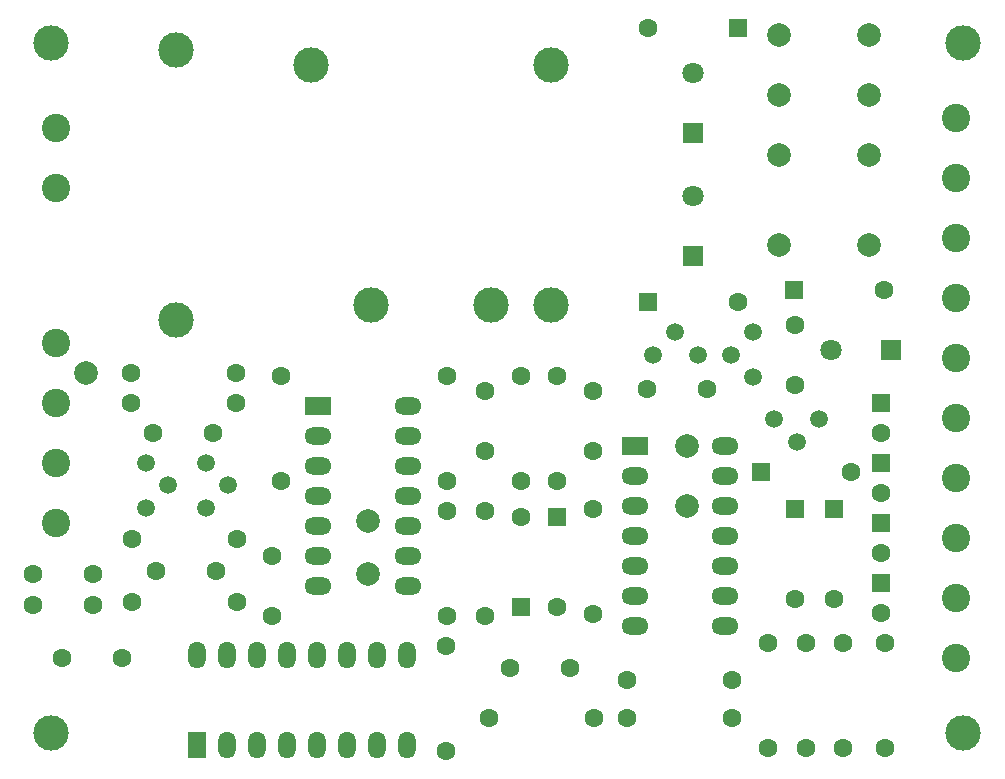
<source format=gbs>
G04 #@! TF.FileFunction,Soldermask,Bot*
%FSLAX46Y46*%
G04 Gerber Fmt 4.6, Leading zero omitted, Abs format (unit mm)*
G04 Created by KiCad (PCBNEW 4.0.2-stable) date 2018 December 30, Sunday 20:54:40*
%MOMM*%
G01*
G04 APERTURE LIST*
%ADD10C,0.150000*%
%ADD11R,1.800000X1.800000*%
%ADD12C,1.800000*%
%ADD13C,1.600000*%
%ADD14R,1.600000X1.600000*%
%ADD15C,3.000000*%
%ADD16C,2.000000*%
%ADD17C,2.400000*%
%ADD18C,1.500000*%
%ADD19O,1.500000X2.286000*%
%ADD20R,1.500000X2.286000*%
%ADD21R,2.286000X1.500000*%
%ADD22O,2.286000X1.500000*%
G04 APERTURE END LIST*
D10*
D11*
X165100000Y-40386000D03*
D12*
X165100000Y-35306000D03*
D13*
X173736000Y-56642000D03*
X173736000Y-61722000D03*
X154686000Y-85725000D03*
X149606000Y-85725000D03*
D11*
X165100000Y-50800000D03*
D12*
X165100000Y-45720000D03*
D13*
X166243000Y-62103000D03*
X161163000Y-62103000D03*
X129387600Y-81305400D03*
X129387600Y-76225400D03*
X119634000Y-77470000D03*
X124714000Y-77470000D03*
X114300000Y-80391000D03*
X109220000Y-80391000D03*
X114300000Y-77724000D03*
X109220000Y-77724000D03*
X124460000Y-65786000D03*
X119380000Y-65786000D03*
X156591000Y-67310000D03*
X156591000Y-62230000D03*
X147447000Y-67310000D03*
X147447000Y-62230000D03*
D14*
X168910000Y-31496000D03*
D13*
X161290000Y-31496000D03*
D14*
X173609000Y-53721000D03*
D13*
X181229000Y-53721000D03*
D14*
X177038000Y-72263000D03*
D13*
X177038000Y-79883000D03*
D15*
X121285000Y-56261000D03*
X121285000Y-33401000D03*
D16*
X179959000Y-32131000D03*
X172339000Y-32131000D03*
X172339000Y-37211000D03*
X172339000Y-42291000D03*
X172339000Y-49911000D03*
X179959000Y-49911000D03*
X179959000Y-42291000D03*
X179959000Y-37211000D03*
D17*
X111125000Y-45085000D03*
X111125000Y-40005000D03*
X187325000Y-49276000D03*
X187325000Y-44196000D03*
X187325000Y-39116000D03*
X187325000Y-59436000D03*
X187325000Y-54356000D03*
X111125000Y-73406000D03*
X111125000Y-68326000D03*
X187325000Y-74676000D03*
X187325000Y-69596000D03*
X187325000Y-64516000D03*
X111125000Y-58166000D03*
X111125000Y-63246000D03*
X187325000Y-84836000D03*
X187325000Y-79756000D03*
D18*
X120650000Y-70231000D03*
X118745000Y-68326000D03*
X118745000Y-72136000D03*
X168275000Y-59182000D03*
X170180000Y-61087000D03*
X170180000Y-57277000D03*
X163576000Y-57277000D03*
X161671000Y-59182000D03*
X165481000Y-59182000D03*
D19*
X125603000Y-84582000D03*
X128143000Y-84582000D03*
D20*
X123063000Y-92202000D03*
D19*
X125603000Y-92202000D03*
X128143000Y-92202000D03*
X130683000Y-92202000D03*
X133223000Y-92202000D03*
X135763000Y-92202000D03*
X138303000Y-92202000D03*
X140843000Y-92202000D03*
X140843000Y-84582000D03*
X138303000Y-84582000D03*
X135763000Y-84582000D03*
X133223000Y-84582000D03*
X130683000Y-84582000D03*
X123063000Y-84582000D03*
D13*
X111607600Y-84836000D03*
X116687600Y-84836000D03*
X147828000Y-89916000D03*
X156718000Y-89916000D03*
X159512000Y-89916000D03*
X168402000Y-89916000D03*
X159512000Y-86741000D03*
X168402000Y-86741000D03*
X171450000Y-83566000D03*
X171450000Y-92456000D03*
X174625000Y-92456000D03*
X174625000Y-83566000D03*
X156591000Y-72263000D03*
X156591000Y-81153000D03*
X126492000Y-80137000D03*
X117602000Y-80137000D03*
X144145000Y-92710000D03*
X144145000Y-83820000D03*
X181356000Y-92456000D03*
X181356000Y-83566000D03*
X147447000Y-72390000D03*
X147447000Y-81280000D03*
X117475000Y-60706000D03*
X126365000Y-60706000D03*
X126492000Y-74803000D03*
X117602000Y-74803000D03*
X117475000Y-63246000D03*
X126365000Y-63246000D03*
X153543000Y-60960000D03*
X153543000Y-69850000D03*
X130175000Y-60960000D03*
X130175000Y-69850000D03*
X144272000Y-60960000D03*
X144272000Y-69850000D03*
D11*
X181864000Y-58801000D03*
D12*
X176784000Y-58801000D03*
D14*
X161290000Y-54737000D03*
D13*
X168910000Y-54737000D03*
D14*
X180975000Y-73406000D03*
D13*
X180975000Y-75946000D03*
D14*
X180975000Y-63246000D03*
D13*
X180975000Y-65786000D03*
D14*
X180975000Y-68326000D03*
D13*
X180975000Y-70866000D03*
D14*
X153543000Y-72898000D03*
D13*
X153543000Y-80518000D03*
D14*
X180975000Y-78486000D03*
D13*
X180975000Y-81026000D03*
D14*
X150495000Y-80518000D03*
D13*
X150495000Y-72898000D03*
D18*
X125730000Y-70231000D03*
X123825000Y-68326000D03*
X123825000Y-72136000D03*
D13*
X177800000Y-92456000D03*
X177800000Y-83566000D03*
X144272000Y-72390000D03*
X144272000Y-81280000D03*
X150495000Y-60960000D03*
X150495000Y-69850000D03*
D18*
X173863000Y-66548000D03*
X175768000Y-64643000D03*
X171958000Y-64643000D03*
D14*
X173736000Y-72263000D03*
D13*
X173736000Y-79883000D03*
D14*
X170815000Y-69088000D03*
D13*
X178435000Y-69088000D03*
D15*
X187960000Y-32766000D03*
X110744000Y-32766000D03*
X110744000Y-91186000D03*
X187960000Y-91186000D03*
D16*
X111125000Y-58166000D03*
X113665000Y-60706000D03*
X111125000Y-63246000D03*
X137541000Y-73279000D03*
X137541000Y-77724000D03*
X164592000Y-66878200D03*
X164592000Y-72009000D03*
D21*
X160147000Y-66929000D03*
D22*
X160147000Y-69469000D03*
X160147000Y-72009000D03*
X160147000Y-74549000D03*
X160147000Y-77089000D03*
X160147000Y-79629000D03*
X160147000Y-82169000D03*
X167767000Y-82169000D03*
X167767000Y-79629000D03*
X167767000Y-77089000D03*
X167767000Y-74549000D03*
X167767000Y-72009000D03*
X167767000Y-69469000D03*
X167767000Y-66929000D03*
D21*
X133350000Y-63500000D03*
D22*
X133350000Y-66040000D03*
X133350000Y-68580000D03*
X133350000Y-71120000D03*
X133350000Y-73660000D03*
X133350000Y-76200000D03*
X133350000Y-78740000D03*
X140970000Y-78740000D03*
X140970000Y-76200000D03*
X140970000Y-73660000D03*
X140970000Y-71120000D03*
X140970000Y-68580000D03*
X140970000Y-66040000D03*
X140970000Y-63500000D03*
D15*
X153035000Y-54991000D03*
X147955000Y-54991000D03*
X137795000Y-54991000D03*
X153035000Y-34671000D03*
X132715000Y-34671000D03*
M02*

</source>
